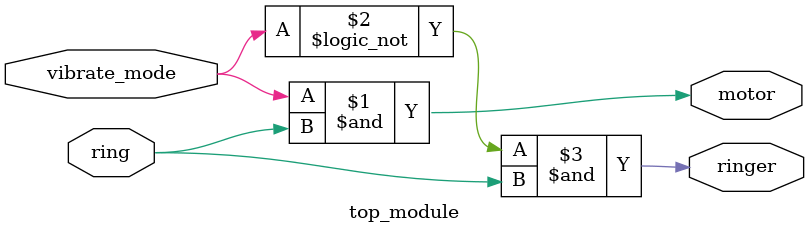
<source format=sv>
module top_module (
    input ring,
    input vibrate_mode,
    output ringer,       // Make sound
    output motor         // Vibrate
);

    assign motor = vibrate_mode & ring;
    assign ringer = !vibrate_mode & ring;
    
endmodule
</source>
